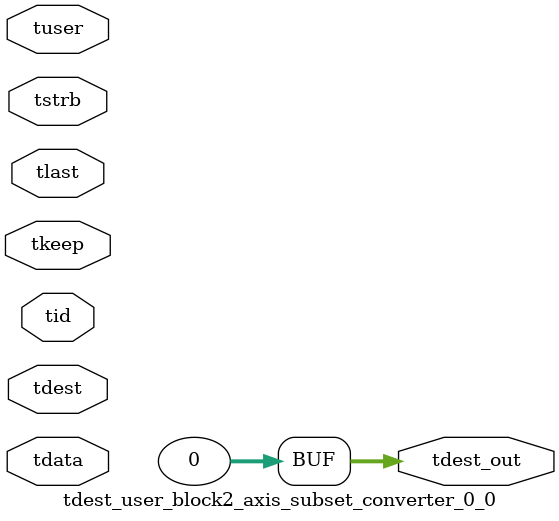
<source format=v>


`timescale 1ps/1ps

module tdest_user_block2_axis_subset_converter_0_0 #
(
parameter C_S_AXIS_TDATA_WIDTH = 32,
parameter C_S_AXIS_TUSER_WIDTH = 0,
parameter C_S_AXIS_TID_WIDTH   = 0,
parameter C_S_AXIS_TDEST_WIDTH = 0,
parameter C_M_AXIS_TDEST_WIDTH = 32
)
(
input  [(C_S_AXIS_TDATA_WIDTH == 0 ? 1 : C_S_AXIS_TDATA_WIDTH)-1:0     ] tdata,
input  [(C_S_AXIS_TUSER_WIDTH == 0 ? 1 : C_S_AXIS_TUSER_WIDTH)-1:0     ] tuser,
input  [(C_S_AXIS_TID_WIDTH   == 0 ? 1 : C_S_AXIS_TID_WIDTH)-1:0       ] tid,
input  [(C_S_AXIS_TDEST_WIDTH == 0 ? 1 : C_S_AXIS_TDEST_WIDTH)-1:0     ] tdest,
input  [(C_S_AXIS_TDATA_WIDTH/8)-1:0 ] tkeep,
input  [(C_S_AXIS_TDATA_WIDTH/8)-1:0 ] tstrb,
input                                                                    tlast,
output [C_M_AXIS_TDEST_WIDTH-1:0] tdest_out
);

assign tdest_out = {1'b0};

endmodule


</source>
